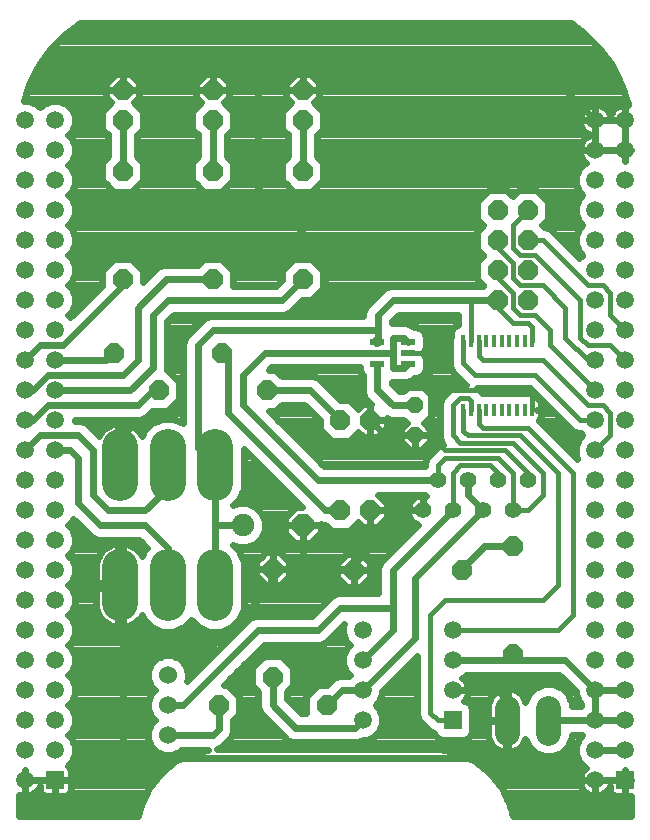
<source format=gbl>
G75*
%MOIN*%
%OFA0B0*%
%FSLAX24Y24*%
%IPPOS*%
%LPD*%
%AMOC8*
5,1,8,0,0,1.08239X$1,22.5*
%
%ADD10R,0.0594X0.0594*%
%ADD11C,0.0594*%
%ADD12R,0.0590X0.0590*%
%ADD13C,0.0590*%
%ADD14OC8,0.0660*%
%ADD15R,0.0120X0.0390*%
%ADD16R,0.0472X0.0217*%
%ADD17C,0.0750*%
%ADD18OC8,0.0750*%
%ADD19OC8,0.0520*%
%ADD20C,0.1185*%
%ADD21C,0.0560*%
%ADD22C,0.0600*%
%ADD23C,0.0840*%
%ADD24C,0.0240*%
%ADD25C,0.0320*%
%ADD26C,0.0160*%
D10*
X005970Y008000D03*
X024970Y008000D03*
D11*
X023970Y008000D03*
X023970Y009000D03*
X024970Y009000D03*
X024970Y010000D03*
X024970Y011000D03*
X023970Y011000D03*
X023970Y010000D03*
X023970Y012000D03*
X024970Y012000D03*
X024970Y013000D03*
X024970Y014000D03*
X023970Y014000D03*
X023970Y013000D03*
X023970Y015000D03*
X024970Y015000D03*
X024970Y016000D03*
X024970Y017000D03*
X023970Y017000D03*
X023970Y016000D03*
X023970Y018000D03*
X024970Y018000D03*
X024970Y019000D03*
X023970Y019000D03*
X023970Y020000D03*
X023970Y021000D03*
X024970Y021000D03*
X024970Y020000D03*
X024970Y022000D03*
X023970Y022000D03*
X023970Y023000D03*
X023970Y024000D03*
X024970Y024000D03*
X024970Y023000D03*
X024970Y025000D03*
X023970Y025000D03*
X023970Y026000D03*
X024970Y026000D03*
X024970Y027000D03*
X024970Y028000D03*
X023970Y028000D03*
X023970Y027000D03*
X023970Y029000D03*
X024970Y029000D03*
X024970Y030000D03*
X023970Y030000D03*
X005970Y030000D03*
X005970Y029000D03*
X005970Y028000D03*
X005970Y027000D03*
X005970Y026000D03*
X005970Y025000D03*
X005970Y024000D03*
X005970Y023000D03*
X005970Y022000D03*
X005970Y021000D03*
X005970Y020000D03*
X005970Y019000D03*
X005970Y018000D03*
X005970Y017000D03*
X005970Y016000D03*
X005970Y015000D03*
X005970Y014000D03*
X005970Y013000D03*
X005970Y012000D03*
X005970Y011000D03*
X005970Y010000D03*
X005970Y009000D03*
X004970Y009000D03*
X004970Y008000D03*
X004970Y010000D03*
X004970Y011000D03*
X004970Y012000D03*
X004970Y013000D03*
X004970Y014000D03*
X004970Y015000D03*
X004970Y016000D03*
X004970Y017000D03*
X004970Y018000D03*
X004970Y019000D03*
X004970Y020000D03*
X004970Y021000D03*
X004970Y022000D03*
X004970Y023000D03*
X004970Y024000D03*
X004970Y025000D03*
X004970Y026000D03*
X004970Y027000D03*
X004970Y028000D03*
X004970Y029000D03*
X004970Y030000D03*
D12*
X019220Y010000D03*
D13*
X019220Y011000D03*
X019220Y012000D03*
X019220Y013000D03*
X016220Y013000D03*
X016220Y012000D03*
X016220Y011000D03*
X016220Y010000D03*
D14*
X015020Y010500D03*
X013220Y011450D03*
X011420Y010500D03*
X013220Y015050D03*
X015470Y017000D03*
X016470Y017000D03*
X015920Y015000D03*
X019520Y015000D03*
X021220Y015800D03*
X021220Y012200D03*
X016470Y020000D03*
X015470Y020000D03*
X013020Y021000D03*
X011520Y022250D03*
X009420Y021000D03*
X007920Y022250D03*
X008220Y024700D03*
X011220Y024700D03*
X014220Y024700D03*
X014220Y028300D03*
X014220Y030000D03*
X014220Y031000D03*
X011220Y031000D03*
X011220Y030000D03*
X011220Y028300D03*
X008220Y028300D03*
X008220Y030000D03*
X008220Y031000D03*
X020720Y027000D03*
X020720Y026000D03*
X020720Y025000D03*
X020720Y024000D03*
X021720Y024000D03*
X021720Y025000D03*
X021720Y026000D03*
X021720Y027000D03*
D15*
X021616Y022649D03*
X021872Y022649D03*
X021360Y022649D03*
X021104Y022649D03*
X020848Y022649D03*
X020592Y022649D03*
X020336Y022649D03*
X020080Y022649D03*
X019824Y022649D03*
X019568Y022649D03*
X019568Y020351D03*
X019824Y020351D03*
X020080Y020351D03*
X020336Y020351D03*
X020592Y020351D03*
X020848Y020351D03*
X021104Y020351D03*
X021360Y020351D03*
X021616Y020351D03*
X021872Y020351D03*
D16*
X017732Y021876D03*
X017732Y022250D03*
X017732Y022624D03*
X016708Y022624D03*
X016708Y021876D03*
D17*
X012220Y016500D03*
D18*
X014220Y016500D03*
D19*
X017970Y019500D03*
X017970Y020500D03*
D20*
X011300Y019093D02*
X011300Y017908D01*
X009720Y017908D02*
X009720Y019093D01*
X008140Y019093D02*
X008140Y017908D01*
X008140Y015093D02*
X008140Y013908D01*
X009720Y013908D02*
X009720Y015093D01*
X011300Y015093D02*
X011300Y013908D01*
D21*
X018220Y017000D03*
X019220Y017000D03*
X020220Y017000D03*
X021220Y017000D03*
X020720Y018000D03*
X019720Y018000D03*
X018720Y018000D03*
X021720Y018000D03*
D22*
X009720Y011500D03*
X009720Y010500D03*
X009720Y009500D03*
D23*
X021031Y009580D02*
X021031Y010420D01*
X022409Y010420D02*
X022409Y009580D01*
D24*
X004765Y007524D02*
X004765Y006795D01*
X008728Y006795D01*
X008815Y007179D01*
X008815Y007179D01*
X009088Y007746D01*
X009088Y007746D01*
X009481Y008239D01*
X009481Y008239D01*
X009974Y008632D01*
X010541Y008905D01*
X011046Y009020D01*
X010173Y009020D01*
X010094Y008940D01*
X009851Y008840D01*
X009589Y008840D01*
X009346Y008940D01*
X009160Y009126D01*
X009060Y009369D01*
X009060Y009631D01*
X009160Y009874D01*
X009287Y010000D01*
X009160Y010126D01*
X009060Y010369D01*
X009060Y010631D01*
X009160Y010874D01*
X009287Y011000D01*
X009160Y011126D01*
X009060Y011369D01*
X009060Y011631D01*
X009160Y011874D01*
X009346Y012060D01*
X009589Y012160D01*
X009851Y012160D01*
X010094Y012060D01*
X010280Y011874D01*
X010380Y011631D01*
X010380Y011369D01*
X010359Y011318D01*
X012313Y013272D01*
X012448Y013407D01*
X012625Y013480D01*
X014521Y013480D01*
X015063Y014022D01*
X015198Y014157D01*
X015375Y014230D01*
X016740Y014230D01*
X016740Y015095D01*
X016813Y015272D01*
X018066Y016524D01*
X018028Y016537D01*
X017958Y016572D01*
X017894Y016619D01*
X017839Y016674D01*
X017792Y016738D01*
X017757Y016808D01*
X017732Y016883D01*
X017720Y016961D01*
X017720Y017000D01*
X018220Y017000D01*
X016470Y017000D01*
X016470Y015750D01*
X015920Y015200D01*
X015920Y015218D02*
X015920Y015218D01*
X015870Y015050D02*
X014220Y015050D01*
X013470Y015050D01*
X013220Y015050D02*
X013770Y015050D01*
X013770Y015278D01*
X013448Y015600D01*
X013220Y015600D01*
X013220Y015050D01*
X013220Y015050D01*
X013220Y015050D01*
X013220Y015050D01*
X012670Y015050D01*
X012670Y015278D01*
X012992Y015600D01*
X013220Y015600D01*
X013220Y015050D01*
X013770Y015050D01*
X013770Y014822D01*
X013448Y014500D01*
X013220Y014500D01*
X011220Y012500D01*
X008220Y012500D01*
X008220Y008750D01*
X021031Y008750D01*
X021031Y008689D01*
X021720Y008000D01*
X023970Y008000D01*
X024970Y008000D01*
X024970Y008343D01*
X024970Y008343D01*
X024970Y008000D01*
X024970Y008000D01*
X025175Y008000D01*
X025175Y008000D01*
X024970Y008000D01*
X024970Y008000D01*
X024970Y008000D01*
X024487Y008000D01*
X023970Y008000D01*
X023970Y008000D01*
X024970Y008000D01*
X024970Y007483D01*
X025175Y007483D01*
X025175Y006795D01*
X021212Y006795D01*
X021125Y007179D01*
X020852Y007746D01*
X020852Y007746D01*
X020459Y008239D01*
X020459Y008239D01*
X020459Y008239D01*
X019966Y008632D01*
X019399Y008905D01*
X018785Y009045D01*
X011376Y009045D01*
X011492Y009093D01*
X011692Y009293D01*
X011827Y009428D01*
X011900Y009605D01*
X011900Y010004D01*
X012110Y010214D01*
X012110Y010786D01*
X011706Y011190D01*
X011589Y011190D01*
X012919Y012520D01*
X014815Y012520D01*
X014992Y012593D01*
X015590Y013192D01*
X015565Y013130D01*
X015565Y012870D01*
X015665Y012629D01*
X015794Y012500D01*
X015665Y012371D01*
X015565Y012130D01*
X015565Y011870D01*
X015665Y011629D01*
X015794Y011500D01*
X015774Y011480D01*
X015425Y011480D01*
X015248Y011407D01*
X015031Y011190D01*
X014734Y011190D01*
X014330Y010786D01*
X014330Y010230D01*
X014169Y010230D01*
X013700Y010699D01*
X013700Y010954D01*
X013910Y011164D01*
X013910Y011736D01*
X013506Y012140D01*
X012934Y012140D01*
X012530Y011736D01*
X012530Y011164D01*
X012740Y010954D01*
X012740Y010405D01*
X012813Y010228D01*
X012948Y010093D01*
X013698Y009343D01*
X013875Y009270D01*
X016065Y009270D01*
X016242Y009343D01*
X016244Y009345D01*
X016350Y009345D01*
X016591Y009445D01*
X016775Y009629D01*
X016875Y009870D01*
X016875Y010130D01*
X016775Y010371D01*
X016646Y010500D01*
X016775Y010629D01*
X016875Y010870D01*
X016875Y010976D01*
X018030Y012131D01*
X018030Y010162D01*
X018097Y010001D01*
X018221Y009877D01*
X018471Y009627D01*
X018588Y009579D01*
X018620Y009501D01*
X018721Y009400D01*
X018853Y009345D01*
X019587Y009345D01*
X019719Y009400D01*
X019820Y009501D01*
X019875Y009633D01*
X019875Y010367D01*
X019820Y010499D01*
X019719Y010600D01*
X019598Y010650D01*
X019613Y010664D01*
X019660Y010730D01*
X019697Y010802D01*
X019722Y010879D01*
X019735Y010959D01*
X019735Y011000D01*
X019735Y011041D01*
X019722Y011121D01*
X019697Y011198D01*
X019660Y011270D01*
X019613Y011335D01*
X019555Y011393D01*
X019523Y011416D01*
X019591Y011445D01*
X019666Y011520D01*
X020924Y011520D01*
X020934Y011510D01*
X021506Y011510D01*
X021516Y011520D01*
X022771Y011520D01*
X023313Y010978D01*
X023313Y010869D01*
X023413Y010628D01*
X023490Y010551D01*
X023490Y010480D01*
X023189Y010480D01*
X023189Y010575D01*
X023070Y010862D01*
X022851Y011081D01*
X022564Y011200D01*
X022254Y011200D01*
X021967Y011081D01*
X021748Y010862D01*
X021643Y010609D01*
X021638Y010626D01*
X021606Y010704D01*
X021564Y010776D01*
X021513Y010843D01*
X021454Y010902D01*
X021387Y010953D01*
X021315Y010995D01*
X021237Y011027D01*
X021156Y011049D01*
X021073Y011060D01*
X021051Y011060D01*
X021051Y010020D01*
X021011Y010020D01*
X021011Y009980D01*
X020391Y009980D01*
X020391Y009538D01*
X020402Y009455D01*
X020424Y009374D01*
X020456Y009296D01*
X020498Y009224D01*
X020549Y009157D01*
X020608Y009098D01*
X020675Y009047D01*
X020747Y009005D01*
X020825Y008973D01*
X020906Y008951D01*
X020989Y008940D01*
X021011Y008940D01*
X021011Y009980D01*
X021051Y009980D01*
X021051Y008940D01*
X021073Y008940D01*
X021156Y008951D01*
X021237Y008973D01*
X021315Y009005D01*
X021387Y009047D01*
X021454Y009098D01*
X021513Y009157D01*
X021564Y009224D01*
X021606Y009296D01*
X021638Y009374D01*
X021643Y009391D01*
X021748Y009138D01*
X021967Y008919D01*
X022254Y008800D01*
X022564Y008800D01*
X022851Y008919D01*
X023070Y009138D01*
X023189Y009425D01*
X023189Y009520D01*
X023521Y009520D01*
X023541Y009500D01*
X023413Y009372D01*
X023313Y009131D01*
X023313Y008869D01*
X023413Y008628D01*
X023598Y008443D01*
X023663Y008416D01*
X023633Y008394D01*
X023576Y008337D01*
X023528Y008271D01*
X023491Y008198D01*
X023466Y008121D01*
X023453Y008041D01*
X023453Y008000D01*
X023453Y007959D01*
X023466Y007879D01*
X023491Y007802D01*
X023528Y007729D01*
X023576Y007663D01*
X023633Y007606D01*
X023699Y007558D01*
X023772Y007521D01*
X023849Y007496D01*
X023929Y007483D01*
X023970Y007483D01*
X024011Y007483D01*
X024091Y007496D01*
X024168Y007521D01*
X024241Y007558D01*
X024307Y007606D01*
X024364Y007663D01*
X024412Y007729D01*
X024449Y007802D01*
X024453Y007814D01*
X024453Y007674D01*
X024468Y007618D01*
X024497Y007568D01*
X024538Y007527D01*
X024588Y007498D01*
X024644Y007483D01*
X024970Y007483D01*
X024970Y008000D01*
X024970Y008000D01*
X024970Y008063D02*
X024970Y008063D01*
X024970Y007825D02*
X024970Y007825D01*
X024970Y007586D02*
X024970Y007586D01*
X025175Y007348D02*
X021044Y007348D01*
X021125Y007179D02*
X021125Y007179D01*
X021141Y007109D02*
X025175Y007109D01*
X025175Y006871D02*
X021195Y006871D01*
X020929Y007586D02*
X023660Y007586D01*
X023484Y007825D02*
X020789Y007825D01*
X020599Y008063D02*
X023457Y008063D01*
X023453Y008000D02*
X023970Y008000D01*
X023970Y007483D01*
X023970Y008000D01*
X023970Y008000D01*
X023970Y008000D01*
X023453Y008000D01*
X023550Y008302D02*
X020380Y008302D01*
X020081Y008540D02*
X023501Y008540D01*
X023351Y008779D02*
X019661Y008779D01*
X019399Y008905D02*
X019399Y008905D01*
X018908Y009017D02*
X020726Y009017D01*
X021011Y009017D02*
X021051Y009017D01*
X021051Y009256D02*
X021011Y009256D01*
X021011Y009494D02*
X021051Y009494D01*
X021051Y009733D02*
X021011Y009733D01*
X021011Y009971D02*
X021051Y009971D01*
X021031Y010000D02*
X021031Y008750D01*
X021336Y009017D02*
X021869Y009017D01*
X021699Y009256D02*
X021583Y009256D01*
X021031Y010000D02*
X021031Y010689D01*
X020720Y011000D01*
X019220Y011000D01*
X019735Y011000D01*
X019220Y011000D01*
X019220Y011000D01*
X019708Y011164D02*
X022166Y011164D01*
X021811Y010925D02*
X021424Y010925D01*
X021613Y010687D02*
X021675Y010687D01*
X021051Y010687D02*
X021011Y010687D01*
X021011Y010925D02*
X021051Y010925D01*
X021011Y011060D02*
X020989Y011060D01*
X020906Y011049D01*
X020825Y011027D01*
X020747Y010995D01*
X020675Y010953D01*
X020608Y010902D01*
X020549Y010843D01*
X020498Y010776D01*
X020456Y010704D01*
X020424Y010626D01*
X020402Y010545D01*
X020391Y010462D01*
X020391Y010020D01*
X021011Y010020D01*
X021011Y011060D01*
X020638Y010925D02*
X019730Y010925D01*
X019629Y010687D02*
X020449Y010687D01*
X020391Y010448D02*
X019841Y010448D01*
X019875Y010210D02*
X020391Y010210D01*
X020391Y009971D02*
X019875Y009971D01*
X019875Y009733D02*
X020391Y009733D01*
X020397Y009494D02*
X019813Y009494D01*
X020479Y009256D02*
X011654Y009256D01*
X011854Y009494D02*
X013547Y009494D01*
X013309Y009733D02*
X011900Y009733D01*
X011900Y009971D02*
X013070Y009971D01*
X012832Y010210D02*
X012105Y010210D01*
X012110Y010448D02*
X012740Y010448D01*
X012740Y010687D02*
X012110Y010687D01*
X011971Y010925D02*
X012740Y010925D01*
X012531Y011164D02*
X011732Y011164D01*
X011801Y011402D02*
X012530Y011402D01*
X012530Y011641D02*
X012039Y011641D01*
X012278Y011879D02*
X012673Y011879D01*
X012516Y012118D02*
X012912Y012118D01*
X012755Y012356D02*
X015658Y012356D01*
X015699Y012595D02*
X014993Y012595D01*
X015232Y012833D02*
X015580Y012833D01*
X015565Y013072D02*
X015470Y013072D01*
X015470Y013750D02*
X017220Y013750D01*
X017220Y015000D01*
X019220Y017000D01*
X019720Y017500D02*
X020220Y017000D01*
X017970Y014750D01*
X017970Y012750D01*
X016220Y011000D01*
X015520Y011000D01*
X015020Y010500D01*
X014330Y010448D02*
X013951Y010448D01*
X013712Y010687D02*
X014330Y010687D01*
X014469Y010925D02*
X013700Y010925D01*
X013909Y011164D02*
X014708Y011164D01*
X015243Y011402D02*
X013910Y011402D01*
X013910Y011641D02*
X015660Y011641D01*
X015565Y011879D02*
X013767Y011879D01*
X013528Y012118D02*
X015565Y012118D01*
X016220Y012000D02*
X017220Y013000D01*
X017220Y013750D01*
X016740Y014264D02*
X012252Y014264D01*
X012252Y014026D02*
X015067Y014026D01*
X014828Y013787D02*
X012252Y013787D01*
X012252Y013718D02*
X012252Y015282D01*
X012107Y015632D01*
X011904Y015835D01*
X012074Y015765D01*
X012366Y015765D01*
X012636Y015877D01*
X012843Y016084D01*
X012955Y016354D01*
X012955Y016646D01*
X012843Y016916D01*
X012636Y017123D01*
X012366Y017235D01*
X012074Y017235D01*
X011904Y017165D01*
X012107Y017368D01*
X012252Y017718D01*
X012252Y019039D01*
X014196Y017095D01*
X013974Y017095D01*
X013625Y016746D01*
X013625Y016500D01*
X014220Y016500D01*
X014220Y015050D01*
X013770Y014980D02*
X015370Y014980D01*
X015370Y015000D02*
X015370Y014772D01*
X015692Y014450D01*
X015920Y014450D01*
X016148Y014450D01*
X016470Y014772D01*
X016470Y015000D01*
X016470Y015228D01*
X016148Y015550D01*
X015920Y015550D01*
X015920Y015000D01*
X016470Y015000D01*
X015920Y015000D01*
X015920Y015000D01*
X015920Y015000D01*
X015920Y014450D01*
X015920Y015000D01*
X015920Y015000D01*
X015920Y015000D01*
X015370Y015000D01*
X015370Y015228D01*
X015692Y015550D01*
X015920Y015550D01*
X015920Y015000D01*
X015370Y015000D01*
X015370Y015218D02*
X013770Y015218D01*
X013591Y015457D02*
X015599Y015457D01*
X015920Y015457D02*
X015920Y015457D01*
X016241Y015457D02*
X016998Y015457D01*
X016791Y015218D02*
X016470Y015218D01*
X016470Y014980D02*
X016740Y014980D01*
X016740Y014741D02*
X016439Y014741D01*
X016200Y014503D02*
X016740Y014503D01*
X015920Y014503D02*
X015920Y014503D01*
X015920Y014741D02*
X015920Y014741D01*
X015920Y014980D02*
X015920Y014980D01*
X015640Y014503D02*
X013450Y014503D01*
X013220Y014503D02*
X013220Y014503D01*
X013220Y014500D02*
X013220Y015050D01*
X013220Y015050D01*
X012670Y015050D01*
X012670Y014822D01*
X012992Y014500D01*
X013220Y014500D01*
X013220Y015050D01*
X013220Y014980D02*
X013220Y014980D01*
X013220Y015218D02*
X013220Y015218D01*
X013220Y015457D02*
X013220Y015457D01*
X012849Y015457D02*
X012180Y015457D01*
X012252Y015218D02*
X012670Y015218D01*
X012670Y014980D02*
X012252Y014980D01*
X012252Y014741D02*
X012751Y014741D01*
X012990Y014503D02*
X012252Y014503D01*
X012252Y013718D02*
X012107Y013368D01*
X011840Y013100D01*
X011489Y012955D01*
X011111Y012955D01*
X010760Y013100D01*
X010510Y013350D01*
X010260Y013100D01*
X009909Y012955D01*
X009531Y012955D01*
X009180Y013100D01*
X008913Y013368D01*
X008852Y013515D01*
X008817Y013455D01*
X008752Y013371D01*
X008677Y013295D01*
X008592Y013230D01*
X008500Y013177D01*
X008402Y013136D01*
X008299Y013109D01*
X008218Y013098D01*
X008218Y014422D01*
X008062Y014422D01*
X008062Y013098D01*
X007981Y013109D01*
X007878Y013136D01*
X007780Y013177D01*
X007688Y013230D01*
X007603Y013295D01*
X007528Y013371D01*
X007463Y013455D01*
X007410Y013547D01*
X007369Y013646D01*
X007341Y013749D01*
X007328Y013854D01*
X007328Y014422D01*
X008062Y014422D01*
X008062Y014578D01*
X008062Y015902D01*
X007981Y015891D01*
X007878Y015864D01*
X007780Y015823D01*
X007688Y015770D01*
X007603Y015705D01*
X007528Y015629D01*
X007463Y015545D01*
X007410Y015453D01*
X007369Y015354D01*
X007341Y015251D01*
X007328Y015146D01*
X007327Y014578D01*
X008062Y014578D01*
X008218Y014578D01*
X008218Y015902D01*
X008299Y015891D01*
X008402Y015864D01*
X008500Y015823D01*
X008592Y015770D01*
X008677Y015705D01*
X008752Y015629D01*
X008817Y015545D01*
X008852Y015485D01*
X008913Y015632D01*
X009036Y015755D01*
X008771Y016020D01*
X007375Y016020D01*
X007198Y016093D01*
X006567Y016724D01*
X006527Y016628D01*
X006399Y016500D01*
X006527Y016372D01*
X006627Y016131D01*
X006627Y015869D01*
X006527Y015628D01*
X006399Y015500D01*
X006527Y015372D01*
X006627Y015131D01*
X006627Y014869D01*
X006527Y014628D01*
X006399Y014500D01*
X006527Y014372D01*
X006627Y014131D01*
X006627Y013869D01*
X006527Y013628D01*
X006399Y013500D01*
X006527Y013372D01*
X006627Y013131D01*
X006627Y012869D01*
X006527Y012628D01*
X006399Y012500D01*
X006527Y012372D01*
X006627Y012131D01*
X006627Y011869D01*
X006527Y011628D01*
X006399Y011500D01*
X006527Y011372D01*
X006627Y011131D01*
X006627Y010869D01*
X006527Y010628D01*
X006399Y010500D01*
X006527Y010372D01*
X006627Y010131D01*
X006627Y009869D01*
X006527Y009628D01*
X006399Y009500D01*
X006527Y009372D01*
X006627Y009131D01*
X006627Y008869D01*
X006527Y008628D01*
X006383Y008484D01*
X006402Y008473D01*
X006443Y008432D01*
X006472Y008382D01*
X006487Y008326D01*
X006487Y008000D01*
X005970Y008000D01*
X007470Y008000D01*
X008220Y008750D01*
X009107Y009256D02*
X006575Y009256D01*
X006627Y009017D02*
X009270Y009017D01*
X009060Y009494D02*
X006405Y009494D01*
X006570Y009733D02*
X009102Y009733D01*
X009258Y009971D02*
X006627Y009971D01*
X006594Y010210D02*
X009126Y010210D01*
X009060Y010448D02*
X006451Y010448D01*
X006551Y010687D02*
X009083Y010687D01*
X009212Y010925D02*
X006627Y010925D01*
X006613Y011164D02*
X009145Y011164D01*
X009060Y011402D02*
X006497Y011402D01*
X006532Y011641D02*
X009064Y011641D01*
X009166Y011879D02*
X006627Y011879D01*
X006627Y012118D02*
X009486Y012118D01*
X009954Y012118D02*
X011159Y012118D01*
X011397Y012356D02*
X006534Y012356D01*
X006493Y012595D02*
X011636Y012595D01*
X011874Y012833D02*
X006612Y012833D01*
X006627Y013072D02*
X009249Y013072D01*
X008970Y013310D02*
X008692Y013310D01*
X008218Y013310D02*
X008062Y013310D01*
X008062Y013549D02*
X008218Y013549D01*
X008218Y013787D02*
X008062Y013787D01*
X008062Y014026D02*
X008218Y014026D01*
X008218Y014264D02*
X008062Y014264D01*
X008220Y014420D02*
X008220Y012500D01*
X007588Y013310D02*
X006553Y013310D01*
X006447Y013549D02*
X007409Y013549D01*
X007336Y013787D02*
X006593Y013787D01*
X006627Y014026D02*
X007328Y014026D01*
X007328Y014264D02*
X006572Y014264D01*
X006401Y014503D02*
X008062Y014503D01*
X008140Y014500D02*
X008220Y014420D01*
X008218Y014741D02*
X008062Y014741D01*
X008062Y014980D02*
X008218Y014980D01*
X008218Y015218D02*
X008062Y015218D01*
X008062Y015457D02*
X008218Y015457D01*
X008218Y015695D02*
X008062Y015695D01*
X007593Y015695D02*
X006555Y015695D01*
X006627Y015934D02*
X008858Y015934D01*
X008975Y015695D02*
X008687Y015695D01*
X008970Y016500D02*
X007470Y016500D01*
X006720Y017250D01*
X006720Y018750D01*
X006470Y019000D01*
X005970Y019000D01*
X005470Y019500D02*
X004970Y019000D01*
X005470Y019500D02*
X006720Y019500D01*
X007220Y019000D01*
X007220Y017500D01*
X007720Y017000D01*
X008970Y017000D01*
X009720Y017750D01*
X009720Y018500D01*
X010720Y019080D02*
X011300Y018500D01*
X011300Y016500D01*
X012220Y016500D01*
X012693Y015934D02*
X013945Y015934D01*
X013974Y015905D02*
X014220Y015905D01*
X014466Y015905D01*
X014815Y016254D01*
X014815Y016500D01*
X014815Y016545D01*
X014875Y016520D01*
X014974Y016520D01*
X015184Y016310D01*
X015756Y016310D01*
X016069Y016623D01*
X016242Y016450D01*
X016470Y016450D01*
X016698Y016450D01*
X017020Y016772D01*
X017020Y017000D01*
X017020Y017228D01*
X016728Y017520D01*
X018295Y017520D01*
X018325Y017490D01*
X018259Y017500D01*
X018220Y017500D01*
X018220Y017000D01*
X018220Y017000D01*
X018220Y017000D01*
X018220Y017500D01*
X018181Y017500D01*
X018103Y017488D01*
X018028Y017463D01*
X017958Y017428D01*
X017894Y017381D01*
X017839Y017326D01*
X017792Y017262D01*
X017757Y017192D01*
X017732Y017117D01*
X017720Y017039D01*
X017720Y017000D01*
X018220Y017000D01*
X018220Y017126D02*
X018220Y017126D01*
X018220Y017365D02*
X018220Y017365D01*
X017877Y017365D02*
X016883Y017365D01*
X017020Y017126D02*
X017735Y017126D01*
X017732Y016888D02*
X017020Y016888D01*
X017020Y017000D02*
X016470Y017000D01*
X017020Y017000D01*
X016897Y016649D02*
X017864Y016649D01*
X017952Y016411D02*
X015856Y016411D01*
X015470Y017000D02*
X014970Y017000D01*
X011720Y020250D01*
X011720Y022050D01*
X011520Y022250D01*
X011220Y023000D02*
X016720Y023000D01*
X016720Y022636D01*
X016720Y023000D02*
X016720Y023500D01*
X017220Y024000D01*
X019720Y024000D01*
X020720Y024000D01*
X020224Y024480D02*
X017125Y024480D01*
X016948Y024407D01*
X016448Y023907D01*
X016313Y023772D01*
X016240Y023595D01*
X016240Y023480D01*
X011125Y023480D01*
X010948Y023407D01*
X010813Y023272D01*
X010313Y022772D01*
X010240Y022595D01*
X010240Y019908D01*
X009909Y020045D01*
X009531Y020045D01*
X009180Y019900D01*
X008913Y019632D01*
X008852Y019485D01*
X008817Y019545D01*
X008752Y019629D01*
X008677Y019705D01*
X008592Y019770D01*
X008500Y019823D01*
X008402Y019864D01*
X008299Y019891D01*
X008218Y019902D01*
X008218Y018578D01*
X008062Y018578D01*
X008062Y019902D01*
X007981Y019891D01*
X007878Y019864D01*
X007780Y019823D01*
X007688Y019770D01*
X007603Y019705D01*
X007528Y019629D01*
X007463Y019545D01*
X007423Y019476D01*
X006992Y019907D01*
X006815Y019980D01*
X006627Y019980D01*
X006627Y020020D01*
X008815Y020020D01*
X008992Y020093D01*
X009209Y020310D01*
X009706Y020310D01*
X010110Y020714D01*
X010110Y021286D01*
X009706Y021690D01*
X009700Y021690D01*
X009700Y023301D01*
X009919Y023520D01*
X013615Y023520D01*
X013792Y023593D01*
X014209Y024010D01*
X014506Y024010D01*
X014910Y024414D01*
X014910Y024986D01*
X014506Y025390D01*
X013934Y025390D01*
X013530Y024986D01*
X013530Y024689D01*
X013321Y024480D01*
X011910Y024480D01*
X011910Y024986D01*
X011506Y025390D01*
X010934Y025390D01*
X010724Y025180D01*
X009575Y025180D01*
X009398Y025107D01*
X008910Y024619D01*
X008910Y024986D01*
X008506Y025390D01*
X007934Y025390D01*
X007530Y024986D01*
X007530Y024489D01*
X007448Y024407D01*
X006470Y023429D01*
X006399Y023500D01*
X006527Y023628D01*
X006627Y023869D01*
X006627Y024131D01*
X006527Y024372D01*
X006399Y024500D01*
X006527Y024628D01*
X006627Y024869D01*
X006627Y025131D01*
X006527Y025372D01*
X006399Y025500D01*
X006527Y025628D01*
X006627Y025869D01*
X006627Y026131D01*
X006527Y026372D01*
X006399Y026500D01*
X006527Y026628D01*
X006627Y026869D01*
X006627Y027131D01*
X006527Y027372D01*
X006399Y027500D01*
X006527Y027628D01*
X006627Y027869D01*
X006627Y028131D01*
X006527Y028372D01*
X006399Y028500D01*
X006527Y028628D01*
X006627Y028869D01*
X006627Y029131D01*
X006527Y029372D01*
X006399Y029500D01*
X006527Y029628D01*
X006627Y029869D01*
X006627Y030131D01*
X006527Y030372D01*
X006342Y030557D01*
X006101Y030657D01*
X005839Y030657D01*
X005598Y030557D01*
X005470Y030429D01*
X005342Y030557D01*
X005101Y030657D01*
X004926Y030657D01*
X005104Y031205D01*
X005421Y031828D01*
X005832Y032393D01*
X006327Y032888D01*
X006793Y033226D01*
X023147Y033226D01*
X023613Y032888D01*
X024108Y032393D01*
X024519Y031828D01*
X024836Y031205D01*
X025052Y030540D01*
X025057Y030510D01*
X025011Y030517D01*
X024970Y030517D01*
X024929Y030517D01*
X024849Y030504D01*
X024772Y030479D01*
X024699Y030442D01*
X024633Y030394D01*
X024576Y030337D01*
X024528Y030271D01*
X024491Y030198D01*
X024470Y030134D01*
X024449Y030198D01*
X024412Y030271D01*
X024364Y030337D01*
X024307Y030394D01*
X024241Y030442D01*
X024168Y030479D01*
X024091Y030504D01*
X024011Y030517D01*
X023970Y030517D01*
X023929Y030517D01*
X023849Y030504D01*
X023772Y030479D01*
X023699Y030442D01*
X023633Y030394D01*
X023576Y030337D01*
X023528Y030271D01*
X023491Y030198D01*
X023466Y030121D01*
X023453Y030041D01*
X023453Y030000D01*
X023453Y029959D01*
X023466Y029879D01*
X023491Y029802D01*
X023528Y029729D01*
X023576Y029663D01*
X023633Y029606D01*
X023699Y029558D01*
X023772Y029521D01*
X023836Y029500D01*
X023772Y029479D01*
X023699Y029442D01*
X023633Y029394D01*
X023576Y029337D01*
X023528Y029271D01*
X023491Y029198D01*
X023466Y029121D01*
X023453Y029041D01*
X023453Y029000D01*
X023453Y028959D01*
X023466Y028879D01*
X023491Y028802D01*
X023528Y028729D01*
X023576Y028663D01*
X023633Y028606D01*
X023663Y028584D01*
X023598Y028557D01*
X023413Y028372D01*
X023313Y028131D01*
X023313Y027869D01*
X023413Y027628D01*
X023541Y027500D01*
X023413Y027372D01*
X023313Y027131D01*
X023313Y026869D01*
X023413Y026628D01*
X023541Y026500D01*
X023413Y026372D01*
X023313Y026131D01*
X023313Y025869D01*
X023413Y025628D01*
X023541Y025500D01*
X023442Y025401D01*
X022593Y026249D01*
X022593Y026249D01*
X022469Y026373D01*
X022308Y026440D01*
X022256Y026440D01*
X022196Y026500D01*
X022410Y026714D01*
X022410Y027286D01*
X022006Y027690D01*
X021434Y027690D01*
X021220Y027476D01*
X021006Y027690D01*
X020434Y027690D01*
X020030Y027286D01*
X020030Y026714D01*
X020244Y026500D01*
X020030Y026286D01*
X020030Y025714D01*
X020244Y025500D01*
X020030Y025286D01*
X020030Y024714D01*
X020244Y024500D01*
X020224Y024480D01*
X020225Y024520D02*
X014910Y024520D01*
X014910Y024758D02*
X020030Y024758D01*
X020030Y024997D02*
X014899Y024997D01*
X014661Y025235D02*
X020030Y025235D01*
X020218Y025474D02*
X006425Y025474D01*
X006562Y025712D02*
X020032Y025712D01*
X020030Y025951D02*
X006627Y025951D01*
X006603Y026189D02*
X020030Y026189D01*
X020172Y026428D02*
X006471Y026428D01*
X006543Y026666D02*
X020078Y026666D01*
X020030Y026905D02*
X006627Y026905D01*
X006622Y027143D02*
X020030Y027143D01*
X020126Y027382D02*
X006517Y027382D01*
X006519Y027620D02*
X007924Y027620D01*
X007934Y027610D02*
X008506Y027610D01*
X008910Y028014D01*
X008910Y028586D01*
X008700Y028796D01*
X008700Y029504D01*
X008910Y029714D01*
X008910Y030286D01*
X008597Y030599D01*
X008770Y030772D01*
X008770Y031000D01*
X008770Y031228D01*
X008448Y031550D01*
X008220Y031550D01*
X008220Y031000D01*
X011220Y031000D01*
X012720Y031000D01*
X012720Y027750D01*
X014970Y025500D01*
X014970Y024250D01*
X014220Y023500D01*
X010970Y023500D01*
X010220Y022750D01*
X010220Y020750D01*
X009470Y020000D01*
X008720Y020000D01*
X008140Y019420D01*
X008140Y018500D01*
X008062Y018796D02*
X008218Y018796D01*
X008218Y019034D02*
X008062Y019034D01*
X008062Y019273D02*
X008218Y019273D01*
X008218Y019511D02*
X008062Y019511D01*
X008062Y019750D02*
X008218Y019750D01*
X008618Y019750D02*
X009030Y019750D01*
X008862Y019511D02*
X008837Y019511D01*
X009393Y019988D02*
X006627Y019988D01*
X007149Y019750D02*
X007662Y019750D01*
X007443Y019511D02*
X007388Y019511D01*
X008720Y020500D02*
X009220Y021000D01*
X009420Y021000D01*
X009861Y020465D02*
X010240Y020465D01*
X010240Y020227D02*
X009125Y020227D01*
X008720Y020500D02*
X005720Y020500D01*
X005220Y020000D01*
X004970Y020000D01*
X004970Y021000D02*
X005220Y021000D01*
X005720Y021500D01*
X008220Y021500D01*
X008720Y022000D01*
X008720Y023750D01*
X009670Y024700D01*
X011220Y024700D01*
X011910Y024758D02*
X013530Y024758D01*
X013541Y024997D02*
X011899Y024997D01*
X011661Y025235D02*
X013779Y025235D01*
X014220Y024700D02*
X013520Y024000D01*
X009720Y024000D01*
X009220Y023500D01*
X009220Y021750D01*
X008470Y021000D01*
X005970Y021000D01*
X005970Y022000D02*
X007670Y022000D01*
X007920Y022250D01*
X006607Y023566D02*
X006464Y023566D01*
X006600Y023804D02*
X006845Y023804D01*
X006627Y024043D02*
X007084Y024043D01*
X007322Y024281D02*
X006565Y024281D01*
X006418Y024520D02*
X007530Y024520D01*
X007530Y024758D02*
X006581Y024758D01*
X006627Y024997D02*
X007541Y024997D01*
X007779Y025235D02*
X006584Y025235D01*
X007720Y024000D02*
X006220Y022500D01*
X005470Y022500D01*
X004970Y022000D01*
X007720Y024000D02*
X008220Y024500D01*
X008220Y024700D01*
X008910Y024758D02*
X009049Y024758D01*
X008899Y024997D02*
X009288Y024997D01*
X008661Y025235D02*
X010779Y025235D01*
X011910Y024520D02*
X013361Y024520D01*
X014003Y023804D02*
X016345Y023804D01*
X016240Y023566D02*
X013725Y023566D01*
X014538Y024043D02*
X016584Y024043D01*
X016822Y024281D02*
X014777Y024281D01*
X012970Y022250D02*
X012220Y021500D01*
X012220Y020500D01*
X014720Y018000D01*
X018720Y018000D01*
X018280Y018480D02*
X014919Y018480D01*
X013089Y020310D01*
X013306Y020310D01*
X013516Y020520D01*
X014271Y020520D01*
X014780Y020011D01*
X014780Y019714D01*
X015184Y019310D01*
X015756Y019310D01*
X016069Y019623D01*
X016242Y019450D01*
X016470Y019450D01*
X016698Y019450D01*
X017020Y019772D01*
X017020Y020000D01*
X017020Y020063D01*
X017125Y020020D01*
X017573Y020020D01*
X017692Y019901D01*
X017490Y019699D01*
X017490Y019500D01*
X017970Y019500D01*
X016970Y019500D01*
X016470Y020000D01*
X016470Y020000D01*
X016470Y020550D01*
X016491Y020550D01*
X016436Y020605D01*
X016301Y020740D01*
X016228Y020916D01*
X016228Y021502D01*
X016167Y021564D01*
X016112Y021696D01*
X016112Y021770D01*
X013169Y021770D01*
X013089Y021690D01*
X013306Y021690D01*
X013516Y021480D01*
X014565Y021480D01*
X014742Y021407D01*
X014877Y021272D01*
X014877Y021272D01*
X015459Y020690D01*
X015756Y020690D01*
X016069Y020377D01*
X016242Y020550D01*
X016470Y020550D01*
X016470Y020000D01*
X017020Y020000D01*
X016470Y020000D01*
X016470Y020000D01*
X016470Y019450D01*
X016470Y020000D01*
X016470Y020000D01*
X016470Y019988D02*
X016470Y019988D01*
X016470Y019750D02*
X016470Y019750D01*
X016470Y019511D02*
X016470Y019511D01*
X016759Y019511D02*
X017490Y019511D01*
X017490Y019500D02*
X017490Y019301D01*
X017771Y019020D01*
X017970Y019020D01*
X018169Y019020D01*
X018450Y019301D01*
X018450Y019500D01*
X018450Y019699D01*
X018248Y019901D01*
X018590Y020243D01*
X018590Y020757D01*
X018227Y021120D01*
X017713Y021120D01*
X017573Y020980D01*
X017419Y020980D01*
X017188Y021211D01*
X017188Y021270D01*
X017701Y021270D01*
X017878Y021343D01*
X017942Y021408D01*
X018040Y021408D01*
X018172Y021463D01*
X018273Y021564D01*
X018328Y021696D01*
X018328Y022056D01*
X018273Y022188D01*
X018211Y022250D01*
X018273Y022312D01*
X018328Y022444D01*
X018328Y022804D01*
X018273Y022936D01*
X018172Y023037D01*
X018040Y023092D01*
X017942Y023092D01*
X017878Y023157D01*
X017701Y023230D01*
X017200Y023230D01*
X017200Y023301D01*
X017419Y023520D01*
X019384Y023520D01*
X019384Y023182D01*
X019305Y023149D01*
X019203Y023048D01*
X019148Y022915D01*
X019148Y022785D01*
X019128Y022736D01*
X019128Y021814D01*
X019195Y021652D01*
X019597Y021251D01*
X019658Y021190D01*
X019382Y021190D01*
X019221Y021123D01*
X018847Y020749D01*
X018780Y020588D01*
X018780Y019412D01*
X018847Y019251D01*
X018908Y019190D01*
X018882Y019190D01*
X018721Y019123D01*
X018471Y018873D01*
X018471Y018873D01*
X018347Y018749D01*
X018280Y018588D01*
X018280Y018480D01*
X018280Y018557D02*
X014842Y018557D01*
X014603Y018796D02*
X018393Y018796D01*
X018183Y019034D02*
X018632Y019034D01*
X018838Y019273D02*
X018421Y019273D01*
X018450Y019500D02*
X017970Y019500D01*
X018450Y019500D01*
X018450Y019511D02*
X018780Y019511D01*
X018780Y019750D02*
X018399Y019750D01*
X018335Y019988D02*
X018780Y019988D01*
X018780Y020227D02*
X018573Y020227D01*
X018590Y020465D02*
X018780Y020465D01*
X018828Y020704D02*
X018590Y020704D01*
X018405Y020942D02*
X019040Y020942D01*
X019360Y021181D02*
X017218Y021181D01*
X016708Y021012D02*
X016708Y021876D01*
X017220Y021750D02*
X017606Y021750D01*
X017732Y021876D01*
X018328Y021896D02*
X019128Y021896D01*
X019128Y022135D02*
X018295Y022135D01*
X018299Y022373D02*
X019128Y022373D01*
X019128Y022612D02*
X018328Y022612D01*
X018309Y022850D02*
X019148Y022850D01*
X019244Y023089D02*
X018049Y023089D01*
X017606Y022750D02*
X017732Y022624D01*
X017606Y022750D02*
X017220Y022750D01*
X017220Y022250D01*
X012970Y022250D01*
X013338Y021658D02*
X016128Y021658D01*
X016228Y021419D02*
X014713Y021419D01*
X014968Y021181D02*
X016228Y021181D01*
X016228Y020942D02*
X015207Y020942D01*
X015445Y020704D02*
X016338Y020704D01*
X016470Y020465D02*
X016470Y020465D01*
X016470Y020227D02*
X016470Y020227D01*
X016157Y020465D02*
X015981Y020465D01*
X015470Y020000D02*
X014470Y021000D01*
X013020Y021000D01*
X013461Y020465D02*
X014326Y020465D01*
X014565Y020227D02*
X013172Y020227D01*
X013411Y019988D02*
X014780Y019988D01*
X014780Y019750D02*
X013649Y019750D01*
X013888Y019511D02*
X014983Y019511D01*
X014365Y019034D02*
X017757Y019034D01*
X017970Y019034D02*
X017970Y019034D01*
X017970Y019020D02*
X017970Y019500D01*
X017970Y019500D01*
X017970Y019500D01*
X017970Y019500D01*
X017970Y019020D01*
X017970Y019273D02*
X017970Y019273D01*
X017970Y019500D02*
X017490Y019500D01*
X017519Y019273D02*
X014126Y019273D01*
X012973Y018319D02*
X012252Y018319D01*
X012252Y018557D02*
X012734Y018557D01*
X012496Y018796D02*
X012252Y018796D01*
X012252Y019034D02*
X012257Y019034D01*
X012252Y018080D02*
X013211Y018080D01*
X013450Y017842D02*
X012252Y017842D01*
X012205Y017603D02*
X013688Y017603D01*
X013927Y017365D02*
X012104Y017365D01*
X012629Y017126D02*
X014165Y017126D01*
X013766Y016888D02*
X012855Y016888D01*
X012954Y016649D02*
X013625Y016649D01*
X013625Y016500D02*
X013625Y016254D01*
X013974Y015905D01*
X014220Y015905D02*
X014220Y016500D01*
X014815Y016500D01*
X014220Y016500D01*
X014220Y016500D01*
X014220Y015905D01*
X014220Y015934D02*
X014220Y015934D01*
X014220Y016172D02*
X014220Y016172D01*
X014220Y016411D02*
X014220Y016411D01*
X014220Y016500D02*
X014220Y016500D01*
X014220Y016500D01*
X013625Y016500D01*
X013625Y016411D02*
X012955Y016411D01*
X012880Y016172D02*
X013707Y016172D01*
X014495Y015934D02*
X017475Y015934D01*
X017713Y016172D02*
X014733Y016172D01*
X014815Y016411D02*
X015084Y016411D01*
X016470Y016450D02*
X016470Y017000D01*
X016470Y017000D01*
X016470Y016450D01*
X016470Y016649D02*
X016470Y016649D01*
X016470Y016888D02*
X016470Y016888D01*
X016470Y017000D02*
X016470Y017000D01*
X017236Y015695D02*
X012045Y015695D01*
X011300Y016500D02*
X011300Y014500D01*
X012182Y013549D02*
X014590Y013549D01*
X014720Y013000D02*
X015470Y013750D01*
X015401Y014741D02*
X013689Y014741D01*
X013220Y014741D02*
X013220Y014741D01*
X012351Y013310D02*
X012050Y013310D01*
X012113Y013072D02*
X011771Y013072D01*
X010829Y013072D02*
X010191Y013072D01*
X010470Y013310D02*
X010550Y013310D01*
X009720Y014500D02*
X009720Y015750D01*
X008970Y016500D01*
X007412Y015457D02*
X006442Y015457D01*
X006591Y015218D02*
X007337Y015218D01*
X007328Y014980D02*
X006627Y014980D01*
X006574Y014741D02*
X007328Y014741D01*
X007119Y016172D02*
X006610Y016172D01*
X006488Y016411D02*
X006881Y016411D01*
X006642Y016649D02*
X006536Y016649D01*
X010047Y019988D02*
X010240Y019988D01*
X010240Y020704D02*
X010099Y020704D01*
X010110Y020942D02*
X010240Y020942D01*
X010240Y021181D02*
X010110Y021181D01*
X010240Y021419D02*
X009977Y021419D01*
X009738Y021658D02*
X010240Y021658D01*
X010240Y021896D02*
X009700Y021896D01*
X009700Y022135D02*
X010240Y022135D01*
X010240Y022373D02*
X009700Y022373D01*
X009700Y022612D02*
X010247Y022612D01*
X010391Y022850D02*
X009700Y022850D01*
X009700Y023089D02*
X010630Y023089D01*
X010868Y023327D02*
X009726Y023327D01*
X010720Y022500D02*
X011220Y023000D01*
X010720Y022500D02*
X010720Y019080D01*
X015957Y019511D02*
X016181Y019511D01*
X016997Y019750D02*
X017541Y019750D01*
X017605Y019988D02*
X017020Y019988D01*
X017220Y020500D02*
X016708Y021012D01*
X017220Y020500D02*
X017970Y020500D01*
X018067Y021419D02*
X019429Y021419D01*
X019193Y021658D02*
X018312Y021658D01*
X017220Y021750D02*
X017220Y022250D01*
X017226Y023327D02*
X019384Y023327D01*
X020032Y021060D02*
X021788Y021060D01*
X023221Y019627D01*
X023382Y019560D01*
X023481Y019560D01*
X023541Y019500D01*
X023413Y019372D01*
X023313Y019131D01*
X023313Y018869D01*
X023377Y018715D01*
X022089Y020003D01*
X022108Y020021D01*
X022137Y020071D01*
X022152Y020127D01*
X022152Y020351D01*
X022036Y020351D01*
X022036Y020351D01*
X022152Y020351D01*
X022152Y020575D01*
X022137Y020631D01*
X022108Y020681D01*
X022067Y020722D01*
X022016Y020751D01*
X021966Y020765D01*
X021880Y020851D01*
X021747Y020906D01*
X020186Y020906D01*
X020093Y020999D01*
X020032Y021060D01*
X020150Y020942D02*
X021906Y020942D01*
X022085Y020704D02*
X022144Y020704D01*
X022152Y020465D02*
X022383Y020465D01*
X022152Y020227D02*
X022621Y020227D01*
X022860Y019988D02*
X022104Y019988D01*
X022343Y019750D02*
X023098Y019750D01*
X023530Y019511D02*
X022581Y019511D01*
X022820Y019273D02*
X023372Y019273D01*
X023313Y019034D02*
X023058Y019034D01*
X023297Y018796D02*
X023344Y018796D01*
X021220Y015800D02*
X020270Y015800D01*
X019520Y015050D01*
X019720Y017500D02*
X019720Y018000D01*
X014720Y013000D02*
X012720Y013000D01*
X010220Y010500D01*
X009720Y010500D01*
X010380Y011402D02*
X010443Y011402D01*
X010376Y011641D02*
X010682Y011641D01*
X010920Y011879D02*
X010274Y011879D01*
X011420Y010500D02*
X011420Y009700D01*
X011220Y009500D01*
X009720Y009500D01*
X010170Y009017D02*
X011032Y009017D01*
X010279Y008779D02*
X006589Y008779D01*
X006439Y008540D02*
X009859Y008540D01*
X009560Y008302D02*
X006487Y008302D01*
X006487Y008063D02*
X009341Y008063D01*
X009151Y007825D02*
X006487Y007825D01*
X006487Y007674D02*
X006487Y008000D01*
X005970Y008000D01*
X004970Y008000D01*
X004970Y008343D01*
X004970Y008343D01*
X004970Y008000D01*
X004970Y008000D01*
X005487Y008000D01*
X005970Y008000D01*
X005970Y008000D01*
X005970Y007483D01*
X006296Y007483D01*
X006352Y007498D01*
X006402Y007527D01*
X006443Y007568D01*
X006472Y007618D01*
X006487Y007674D01*
X006453Y007586D02*
X009011Y007586D01*
X008896Y007348D02*
X004765Y007348D01*
X004849Y007496D02*
X004929Y007483D01*
X004970Y007483D01*
X005011Y007483D01*
X005091Y007496D01*
X005168Y007521D01*
X005241Y007558D01*
X005307Y007606D01*
X005364Y007663D01*
X005412Y007729D01*
X005449Y007802D01*
X005453Y007814D01*
X005453Y007674D01*
X005468Y007618D01*
X005497Y007568D01*
X005538Y007527D01*
X005588Y007498D01*
X005644Y007483D01*
X005970Y007483D01*
X005970Y008000D01*
X005970Y008000D01*
X005970Y008000D01*
X004970Y008000D01*
X004970Y008000D01*
X004970Y007483D01*
X004970Y008000D01*
X004970Y008000D01*
X004970Y008000D01*
X004765Y008000D01*
X004765Y008000D01*
X004970Y008000D01*
X004970Y008063D02*
X004970Y008063D01*
X004970Y007825D02*
X004970Y007825D01*
X004970Y007586D02*
X004970Y007586D01*
X004849Y007496D02*
X004772Y007521D01*
X004765Y007524D01*
X004765Y007109D02*
X008799Y007109D01*
X008745Y006871D02*
X004765Y006871D01*
X005280Y007586D02*
X005487Y007586D01*
X005970Y007586D02*
X005970Y007586D01*
X005970Y007825D02*
X005970Y007825D01*
X004970Y008302D02*
X004970Y008302D01*
X013220Y010500D02*
X013220Y011450D01*
X013220Y010500D02*
X013970Y009750D01*
X015970Y009750D01*
X016220Y010000D01*
X016818Y009733D02*
X018365Y009733D01*
X018127Y009971D02*
X016875Y009971D01*
X016842Y010210D02*
X018030Y010210D01*
X018030Y010448D02*
X016698Y010448D01*
X016799Y010687D02*
X018030Y010687D01*
X018030Y010925D02*
X016875Y010925D01*
X017062Y011164D02*
X018030Y011164D01*
X018030Y011402D02*
X017301Y011402D01*
X017539Y011641D02*
X018030Y011641D01*
X018030Y011879D02*
X017778Y011879D01*
X018016Y012118D02*
X018030Y012118D01*
X019220Y012000D02*
X021270Y012000D01*
X022970Y012000D01*
X023970Y011000D01*
X023970Y010000D01*
X022409Y010000D01*
X023189Y009494D02*
X023535Y009494D01*
X023365Y009256D02*
X023119Y009256D01*
X022949Y009017D02*
X023313Y009017D01*
X023970Y009000D02*
X024970Y009000D01*
X024970Y008302D02*
X024970Y008302D01*
X024487Y007586D02*
X024280Y007586D01*
X023970Y007586D02*
X023970Y007586D01*
X023970Y007825D02*
X023970Y007825D01*
X023970Y010000D02*
X024970Y010000D01*
X024970Y011000D02*
X023970Y011000D01*
X023389Y010687D02*
X023143Y010687D01*
X023007Y010925D02*
X023313Y010925D01*
X023128Y011164D02*
X022652Y011164D01*
X022889Y011402D02*
X019543Y011402D01*
X021011Y010448D02*
X021051Y010448D01*
X021051Y010210D02*
X021011Y010210D01*
X019966Y008632D02*
X019966Y008632D01*
X018627Y009494D02*
X016640Y009494D01*
X021270Y012000D02*
X021220Y012200D01*
X023369Y025474D02*
X023515Y025474D01*
X023378Y025712D02*
X023130Y025712D01*
X023313Y025951D02*
X022892Y025951D01*
X022653Y026189D02*
X023337Y026189D01*
X023469Y026428D02*
X022338Y026428D01*
X022362Y026666D02*
X023397Y026666D01*
X023313Y026905D02*
X022410Y026905D01*
X022410Y027143D02*
X023318Y027143D01*
X023423Y027382D02*
X022314Y027382D01*
X022076Y027620D02*
X023421Y027620D01*
X023318Y027859D02*
X014754Y027859D01*
X014910Y028014D02*
X014910Y028586D01*
X014700Y028796D01*
X014700Y029504D01*
X014910Y029714D01*
X014910Y030286D01*
X014597Y030599D01*
X014770Y030772D01*
X014770Y031000D01*
X014770Y031228D01*
X014448Y031550D01*
X014220Y031550D01*
X014220Y031000D01*
X022970Y031000D01*
X023970Y030000D01*
X024970Y030000D01*
X025137Y030000D01*
X025137Y030000D01*
X024970Y030000D01*
X024970Y030000D01*
X024970Y030000D01*
X024970Y030517D01*
X024970Y030000D01*
X024970Y030000D01*
X024487Y030000D01*
X023970Y030000D01*
X023970Y030000D01*
X023970Y030000D01*
X023970Y030517D01*
X023970Y030000D01*
X024970Y030000D01*
X024970Y029483D01*
X024970Y029000D01*
X023970Y029000D01*
X023970Y029750D01*
X023970Y029767D02*
X023970Y029767D01*
X023970Y030000D02*
X023970Y029483D01*
X023970Y029000D01*
X023970Y029000D01*
X024487Y029000D01*
X024970Y029000D01*
X024970Y029000D01*
X025175Y029000D01*
X025175Y029000D01*
X024970Y029000D01*
X024970Y029000D01*
X024970Y030000D01*
X024970Y030000D01*
X024970Y030005D02*
X024970Y030005D01*
X024970Y029767D02*
X024970Y029767D01*
X024970Y029528D02*
X024970Y029528D01*
X024970Y029290D02*
X024970Y029290D01*
X024970Y029051D02*
X024970Y029051D01*
X024970Y029000D02*
X024970Y029000D01*
X024970Y028657D01*
X024970Y029000D01*
X024970Y029000D01*
X023970Y029000D01*
X023970Y029000D01*
X023970Y030000D01*
X023970Y030000D01*
X023970Y030000D01*
X023453Y030000D01*
X023970Y030000D01*
X023970Y030005D02*
X023970Y030005D01*
X023970Y030244D02*
X023970Y030244D01*
X023970Y030482D02*
X023970Y030482D01*
X024159Y030482D02*
X024781Y030482D01*
X024970Y030482D02*
X024970Y030482D01*
X024970Y030244D02*
X024970Y030244D01*
X024514Y030244D02*
X024426Y030244D01*
X023781Y030482D02*
X014714Y030482D01*
X014718Y030721D02*
X024993Y030721D01*
X024916Y030959D02*
X014770Y030959D01*
X014770Y031000D02*
X014220Y031000D01*
X012720Y031000D01*
X011910Y030286D02*
X011597Y030599D01*
X011770Y030772D01*
X011770Y031000D01*
X011770Y031228D01*
X011448Y031550D01*
X011220Y031550D01*
X011220Y031000D01*
X011770Y031000D01*
X011220Y031000D01*
X011220Y031000D01*
X011220Y031000D01*
X011220Y031000D01*
X010670Y031000D01*
X010670Y031228D01*
X010992Y031550D01*
X011220Y031550D01*
X011220Y031000D01*
X010670Y031000D01*
X010670Y030772D01*
X010843Y030599D01*
X010530Y030286D01*
X010530Y029714D01*
X010740Y029504D01*
X010740Y028796D01*
X010530Y028586D01*
X010530Y028014D01*
X010934Y027610D01*
X011506Y027610D01*
X011910Y028014D01*
X011910Y028586D01*
X011700Y028796D01*
X011700Y029504D01*
X011910Y029714D01*
X011910Y030286D01*
X011910Y030244D02*
X013530Y030244D01*
X013530Y030286D02*
X013530Y029714D01*
X013740Y029504D01*
X013740Y028796D01*
X013530Y028586D01*
X013530Y028014D01*
X013934Y027610D01*
X014506Y027610D01*
X014910Y028014D01*
X014910Y028097D02*
X023313Y028097D01*
X023398Y028336D02*
X014910Y028336D01*
X014910Y028574D02*
X023639Y028574D01*
X023487Y028813D02*
X014700Y028813D01*
X014700Y029051D02*
X023455Y029051D01*
X023453Y029000D02*
X023970Y029000D01*
X023970Y029000D01*
X023453Y029000D01*
X023541Y029290D02*
X014700Y029290D01*
X014724Y029528D02*
X023758Y029528D01*
X023970Y029528D02*
X023970Y029528D01*
X023970Y029290D02*
X023970Y029290D01*
X023970Y029051D02*
X023970Y029051D01*
X023509Y029767D02*
X014910Y029767D01*
X014910Y030005D02*
X023453Y030005D01*
X023514Y030244D02*
X014910Y030244D01*
X014220Y030000D02*
X014220Y028300D01*
X013530Y028336D02*
X011910Y028336D01*
X011910Y028574D02*
X013530Y028574D01*
X013740Y028813D02*
X011700Y028813D01*
X011700Y029051D02*
X013740Y029051D01*
X013740Y029290D02*
X011700Y029290D01*
X011724Y029528D02*
X013716Y029528D01*
X013530Y029767D02*
X011910Y029767D01*
X011910Y030005D02*
X013530Y030005D01*
X013530Y030286D02*
X013843Y030599D01*
X013670Y030772D01*
X013670Y031000D01*
X014220Y031000D01*
X014770Y031000D01*
X014770Y031198D02*
X024838Y031198D01*
X024718Y031436D02*
X014562Y031436D01*
X014220Y031436D02*
X014220Y031436D01*
X014220Y031550D02*
X013992Y031550D01*
X013670Y031228D01*
X013670Y031000D01*
X014220Y031000D01*
X014220Y031000D01*
X014220Y031000D01*
X014220Y031000D01*
X014220Y031550D01*
X014220Y031198D02*
X014220Y031198D01*
X013878Y031436D02*
X011562Y031436D01*
X011770Y031198D02*
X013670Y031198D01*
X013670Y030959D02*
X011770Y030959D01*
X011718Y030721D02*
X013722Y030721D01*
X013726Y030482D02*
X011714Y030482D01*
X011220Y030000D02*
X011220Y028300D01*
X011754Y027859D02*
X013686Y027859D01*
X013530Y028097D02*
X011910Y028097D01*
X011516Y027620D02*
X013924Y027620D01*
X014516Y027620D02*
X020364Y027620D01*
X021076Y027620D02*
X021364Y027620D01*
X024970Y028657D02*
X024970Y028657D01*
X024970Y028813D02*
X024970Y028813D01*
X024597Y031675D02*
X005343Y031675D01*
X005222Y031436D02*
X007878Y031436D01*
X007992Y031550D02*
X007670Y031228D01*
X007670Y031000D01*
X008220Y031000D01*
X008220Y031000D01*
X008770Y031000D01*
X008220Y031000D01*
X008220Y031000D01*
X008220Y031000D01*
X008220Y031550D01*
X007992Y031550D01*
X008220Y031436D02*
X008220Y031436D01*
X008220Y031198D02*
X008220Y031198D01*
X008220Y031000D02*
X007670Y031000D01*
X007670Y030772D01*
X007843Y030599D01*
X007530Y030286D01*
X007530Y029714D01*
X007740Y029504D01*
X007740Y028796D01*
X007530Y028586D01*
X007530Y028014D01*
X007934Y027610D01*
X007686Y027859D02*
X006622Y027859D01*
X006627Y028097D02*
X007530Y028097D01*
X007530Y028336D02*
X006542Y028336D01*
X006473Y028574D02*
X007530Y028574D01*
X007740Y028813D02*
X006603Y028813D01*
X006627Y029051D02*
X007740Y029051D01*
X007740Y029290D02*
X006561Y029290D01*
X006427Y029528D02*
X007716Y029528D01*
X007530Y029767D02*
X006584Y029767D01*
X006627Y030005D02*
X007530Y030005D01*
X007530Y030244D02*
X006580Y030244D01*
X006417Y030482D02*
X007726Y030482D01*
X007722Y030721D02*
X004947Y030721D01*
X005024Y030959D02*
X007670Y030959D01*
X007670Y031198D02*
X005102Y031198D01*
X005417Y030482D02*
X005523Y030482D01*
X005483Y031913D02*
X024457Y031913D01*
X024283Y032152D02*
X005657Y032152D01*
X005830Y032390D02*
X024110Y032390D01*
X023872Y032629D02*
X006068Y032629D01*
X006306Y032867D02*
X023634Y032867D01*
X023313Y033106D02*
X006627Y033106D01*
X008562Y031436D02*
X010878Y031436D01*
X010670Y031198D02*
X008770Y031198D01*
X008770Y030959D02*
X010670Y030959D01*
X010722Y030721D02*
X008718Y030721D01*
X008714Y030482D02*
X010726Y030482D01*
X010530Y030244D02*
X008910Y030244D01*
X008910Y030005D02*
X010530Y030005D01*
X010530Y029767D02*
X008910Y029767D01*
X008724Y029528D02*
X010716Y029528D01*
X010740Y029290D02*
X008700Y029290D01*
X008700Y029051D02*
X010740Y029051D01*
X010740Y028813D02*
X008700Y028813D01*
X008910Y028574D02*
X010530Y028574D01*
X010530Y028336D02*
X008910Y028336D01*
X008910Y028097D02*
X010530Y028097D01*
X010686Y027859D02*
X008754Y027859D01*
X008516Y027620D02*
X010924Y027620D01*
X008220Y028300D02*
X008220Y030000D01*
X011220Y031198D02*
X011220Y031198D01*
X011220Y031436D02*
X011220Y031436D01*
D25*
X016720Y022636D02*
X016708Y022624D01*
X015920Y015200D02*
X015920Y015000D01*
X015870Y015050D01*
X013470Y015050D02*
X013220Y014800D01*
X013220Y014500D01*
X013220Y015050D02*
X013470Y015050D01*
X019520Y015000D02*
X019520Y015050D01*
D26*
X018970Y014000D02*
X022220Y014000D01*
X022720Y014500D01*
X022720Y018247D01*
X021467Y019500D01*
X019720Y019500D01*
X019568Y019652D01*
X019568Y020351D01*
X019824Y020351D02*
X019824Y020646D01*
X019720Y020750D01*
X019470Y020750D01*
X019220Y020500D01*
X019220Y019500D01*
X019470Y019250D01*
X021220Y019250D01*
X022220Y018250D01*
X022220Y017500D01*
X021720Y017000D01*
X021220Y017000D01*
X021220Y018250D01*
X020720Y018750D01*
X018970Y018750D01*
X018720Y018500D01*
X018720Y018000D01*
X019220Y018250D02*
X019470Y018500D01*
X020470Y018500D01*
X020720Y018250D01*
X020720Y018000D01*
X021720Y018000D02*
X021720Y018250D01*
X020970Y019000D01*
X018970Y019000D01*
X018470Y019500D01*
X017970Y019500D01*
X018470Y019500D02*
X018470Y021000D01*
X021720Y021000D01*
X021872Y020848D01*
X021872Y020351D01*
X021720Y019750D02*
X023220Y018250D01*
X023220Y013500D01*
X022720Y013000D01*
X019220Y013000D01*
X018470Y013500D02*
X018970Y014000D01*
X018470Y013500D02*
X018470Y010250D01*
X018720Y010000D01*
X019220Y010000D01*
X019220Y017000D02*
X019220Y018250D01*
X020220Y019750D02*
X020080Y019890D01*
X020080Y020351D01*
X020220Y019750D02*
X021720Y019750D01*
X021970Y021500D02*
X019970Y021500D01*
X019568Y021902D01*
X019568Y022649D01*
X019824Y022649D02*
X019824Y023896D01*
X019720Y024000D01*
X020720Y024000D02*
X020720Y023750D01*
X021220Y023250D01*
X021720Y023250D01*
X021872Y023098D01*
X021872Y022649D01*
X022470Y022500D02*
X023970Y021000D01*
X023720Y020500D02*
X022220Y022000D01*
X020220Y022000D01*
X020080Y022140D01*
X020080Y022649D01*
X021220Y023750D02*
X021220Y024250D01*
X020720Y024750D01*
X020720Y025000D01*
X021220Y025250D02*
X020720Y025750D01*
X020720Y026000D01*
X021220Y025750D02*
X021470Y025500D01*
X021970Y025500D01*
X023470Y024000D01*
X023470Y022750D01*
X023720Y022500D01*
X024470Y022500D01*
X024970Y022000D01*
X023970Y022000D02*
X023720Y022000D01*
X022970Y022750D01*
X022970Y023750D01*
X022220Y024500D01*
X021470Y024500D01*
X021220Y024750D01*
X021220Y025250D01*
X021220Y025750D02*
X021220Y026500D01*
X021720Y027000D01*
X021720Y026000D02*
X022220Y026000D01*
X023720Y024500D01*
X024220Y024500D01*
X024470Y024250D01*
X024470Y023500D01*
X024970Y023000D01*
X022470Y023000D02*
X022470Y022500D01*
X022470Y023000D02*
X021970Y023500D01*
X021470Y023500D01*
X021220Y023750D01*
X021970Y021500D02*
X023470Y020000D01*
X023970Y020000D01*
X024220Y020500D02*
X023720Y020500D01*
X024220Y020500D02*
X024470Y020250D01*
X024470Y019500D01*
X023970Y019000D01*
X018470Y021000D02*
X018470Y022000D01*
X018220Y022250D01*
X017732Y022250D01*
X016708Y022624D02*
X016568Y022624D01*
X016470Y020000D02*
X016470Y019500D01*
M02*

</source>
